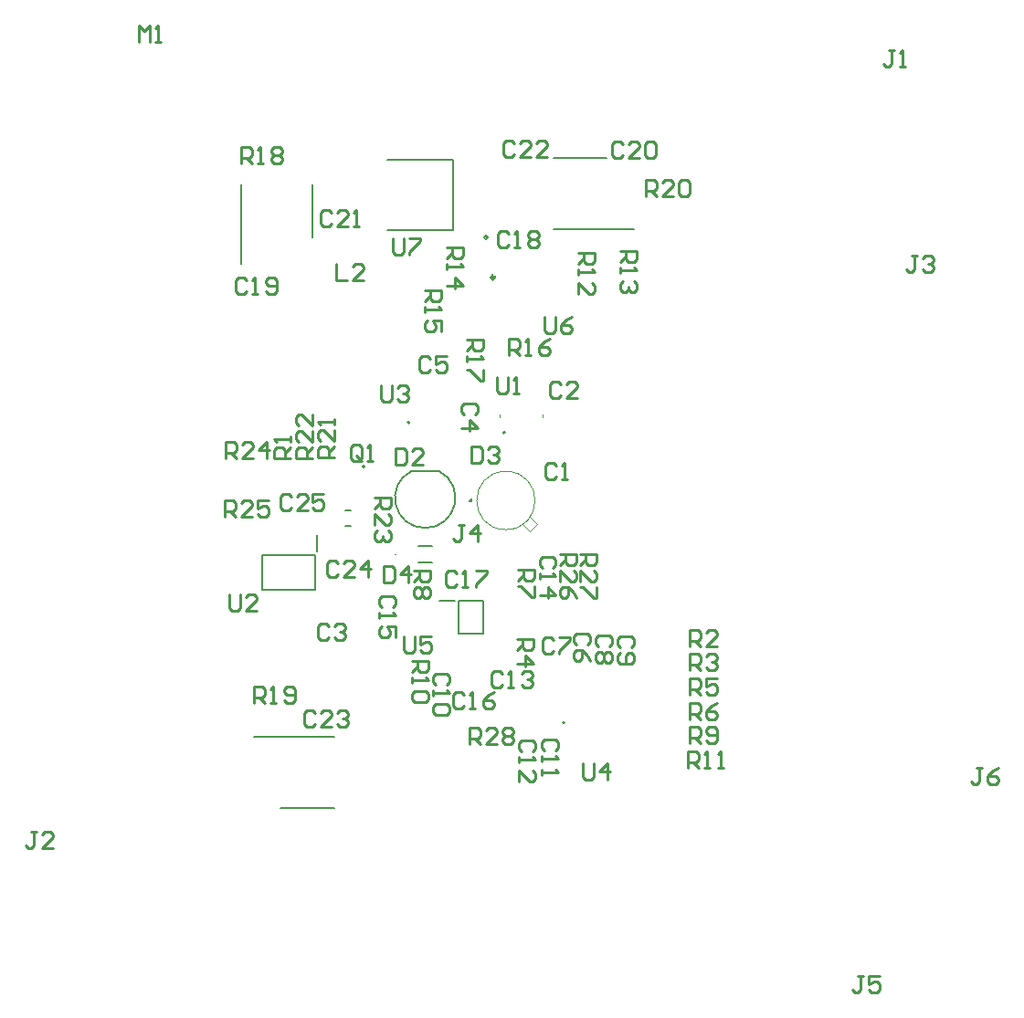
<source format=gbr>
%TF.GenerationSoftware,Altium Limited,Altium Designer,23.9.2 (47)*%
G04 Layer_Color=65535*
%FSLAX25Y25*%
%MOIN*%
%TF.SameCoordinates,F944BC78-FABB-4A85-9D96-7E9E55BFA98D*%
%TF.FilePolarity,Positive*%
%TF.FileFunction,Legend,Top*%
%TF.Part,Single*%
G01*
G75*
%TA.AperFunction,NonConductor*%
%ADD57C,0.00787*%
%ADD58C,0.01280*%
%ADD59C,0.00394*%
%ADD60C,0.01181*%
%ADD61C,0.01000*%
D57*
X-5906Y23622D02*
G03*
X3937Y23622I4921J-9843D01*
G01*
X-23425Y24803D02*
G03*
X-23425Y25591I0J394D01*
G01*
D02*
G03*
X-23425Y24803I0J-394D01*
G01*
X27409Y37598D02*
G03*
X28197Y37598I394J0D01*
G01*
D02*
G03*
X27409Y37598I-394J0D01*
G01*
X21244Y109681D02*
G03*
X21441Y109656I0J-772D01*
G01*
X21591Y108913D02*
G03*
X21197Y108913I-197J0D01*
G01*
D02*
G03*
X21591Y108913I197J0D01*
G01*
X50000Y-68307D02*
G03*
X50000Y-68307I-394J0D01*
G01*
X-7480Y41221D02*
G03*
X-6693Y41221I394J0D01*
G01*
D02*
G03*
X-7480Y41221I-394J0D01*
G01*
X-5906Y23622D02*
X3937D01*
X-41134Y-19677D02*
Y-7095D01*
X-60441Y-19677D02*
X-41134D01*
X-60441D02*
Y-7095D01*
X-41134D01*
X-40630Y-5717D02*
Y295D01*
X-30118Y9154D02*
X-28150D01*
X-30118Y3445D02*
X-28150D01*
X-63484Y-73622D02*
X-34252D01*
X-53740Y-99606D02*
X-34252D01*
X-68110Y99114D02*
Y128347D01*
X-42126Y108858D02*
Y128347D01*
X45866Y111811D02*
X75098D01*
X45866Y137795D02*
X65354D01*
X-14752Y137284D02*
X9244D01*
Y111535D02*
Y137284D01*
X-14752Y111535D02*
X9244D01*
X11220Y-23934D02*
X20276D01*
Y-35745D02*
Y-23934D01*
X11220Y-35745D02*
X20276D01*
X11220D02*
Y-23934D01*
X4232Y-23737D02*
X9843D01*
X-3347Y-3937D02*
X1378D01*
X-3347Y-9843D02*
X1378D01*
D58*
X24362Y94291D02*
G03*
X24362Y94291I-640J0D01*
G01*
D59*
X-11614Y-6890D02*
G03*
X-12008Y-6890I-197J0D01*
G01*
D02*
G03*
X-11614Y-6890I197J0D01*
G01*
X28465Y2165D02*
G03*
X28465Y23425I0J10630D01*
G01*
D02*
G03*
X28465Y2165I0J-10630D01*
G01*
X26228Y43307D02*
Y44094D01*
X41976Y43307D02*
Y44094D01*
X34488Y4134D02*
X37209Y1413D01*
X37217Y1422D02*
X40012Y4123D01*
X34488Y4134D02*
X37233Y6787D01*
X40010Y4124D01*
D60*
X15709Y12795D02*
G03*
X15709Y12795I-197J0D01*
G01*
D61*
X15231Y-76227D02*
Y-70229D01*
X18230D01*
X19230Y-71229D01*
Y-73228D01*
X18230Y-74228D01*
X15231D01*
X17230D02*
X19230Y-76227D01*
X25228D02*
X21229D01*
X25228Y-72229D01*
Y-71229D01*
X24228Y-70229D01*
X22229D01*
X21229Y-71229D01*
X27227D02*
X28227Y-70229D01*
X30226D01*
X31226Y-71229D01*
Y-72229D01*
X30226Y-73228D01*
X31226Y-74228D01*
Y-75228D01*
X30226Y-76227D01*
X28227D01*
X27227Y-75228D01*
Y-74228D01*
X28227Y-73228D01*
X27227Y-72229D01*
Y-71229D01*
X28227Y-73228D02*
X30226D01*
X158843Y-160781D02*
X156843D01*
X157843D01*
Y-165779D01*
X156843Y-166779D01*
X155844D01*
X154844Y-165779D01*
X164841Y-160781D02*
X160842D01*
Y-163779D01*
X162842Y-162780D01*
X163841D01*
X164841Y-163779D01*
Y-165779D01*
X163841Y-166779D01*
X161842D01*
X160842Y-165779D01*
X55662Y-6963D02*
X61660D01*
Y-9962D01*
X60661Y-10962D01*
X58661D01*
X57662Y-9962D01*
Y-6963D01*
Y-8963D02*
X55662Y-10962D01*
Y-16960D02*
Y-12961D01*
X59661Y-16960D01*
X60661D01*
X61660Y-15960D01*
Y-13961D01*
X60661Y-12961D01*
X61660Y-18959D02*
Y-22958D01*
X60661D01*
X56662Y-18959D01*
X55662D01*
X48182Y-6963D02*
X54180D01*
Y-9962D01*
X53180Y-10962D01*
X51181D01*
X50181Y-9962D01*
Y-6963D01*
Y-8963D02*
X48182Y-10962D01*
Y-16960D02*
Y-12961D01*
X52181Y-16960D01*
X53180D01*
X54180Y-15960D01*
Y-13961D01*
X53180Y-12961D01*
X54180Y-22958D02*
X53180Y-20959D01*
X51181Y-18959D01*
X49182D01*
X48182Y-19959D01*
Y-21958D01*
X49182Y-22958D01*
X50181D01*
X51181Y-21958D01*
Y-18959D01*
X-11691Y31739D02*
Y25741D01*
X-8692D01*
X-7693Y26741D01*
Y30740D01*
X-8692Y31739D01*
X-11691D01*
X-1695Y25741D02*
X-5693D01*
X-1695Y29740D01*
Y30740D01*
X-2694Y31739D01*
X-4693D01*
X-5693Y30740D01*
X-34009Y28435D02*
X-40007D01*
Y31434D01*
X-39007Y32434D01*
X-37008D01*
X-36008Y31434D01*
Y28435D01*
Y30435D02*
X-34009Y32434D01*
Y38432D02*
Y34433D01*
X-38008Y38432D01*
X-39007D01*
X-40007Y37432D01*
Y35433D01*
X-39007Y34433D01*
X-34009Y40431D02*
Y42431D01*
Y41431D01*
X-40007D01*
X-39007Y40431D01*
X-42277Y28223D02*
X-48275D01*
Y31222D01*
X-47275Y32222D01*
X-45276D01*
X-44276Y31222D01*
Y28223D01*
Y30222D02*
X-42277Y32222D01*
Y38220D02*
Y34221D01*
X-46275Y38220D01*
X-47275D01*
X-48275Y37220D01*
Y35221D01*
X-47275Y34221D01*
X-42277Y44218D02*
Y40219D01*
X-46275Y44218D01*
X-47275D01*
X-48275Y43218D01*
Y41219D01*
X-47275Y40219D01*
X-50151Y28285D02*
X-56149D01*
Y31284D01*
X-55149Y32283D01*
X-53150D01*
X-52150Y31284D01*
Y28285D01*
Y30284D02*
X-50151Y32283D01*
Y34283D02*
Y36282D01*
Y35282D01*
X-56149D01*
X-55149Y34283D01*
X-73745Y28103D02*
Y34101D01*
X-70746D01*
X-69747Y33102D01*
Y31102D01*
X-70746Y30103D01*
X-73745D01*
X-71746D02*
X-69747Y28103D01*
X-63749D02*
X-67747D01*
X-63749Y32102D01*
Y33102D01*
X-64748Y34101D01*
X-66748D01*
X-67747Y33102D01*
X-58750Y28103D02*
Y34101D01*
X-61749Y31102D01*
X-57751D01*
X-49963Y14204D02*
X-50963Y15204D01*
X-52962D01*
X-53962Y14204D01*
Y10205D01*
X-52962Y9206D01*
X-50963D01*
X-49963Y10205D01*
X-43965Y9206D02*
X-47964D01*
X-43965Y13204D01*
Y14204D01*
X-44965Y15204D01*
X-46964D01*
X-47964Y14204D01*
X-37967Y15204D02*
X-41966D01*
Y12205D01*
X-39966Y13204D01*
X-38967D01*
X-37967Y12205D01*
Y10205D01*
X-38967Y9206D01*
X-40966D01*
X-41966Y10205D01*
X-72321Y-21410D02*
Y-26409D01*
X-71321Y-27408D01*
X-69322D01*
X-68322Y-26409D01*
Y-21410D01*
X-62324Y-27408D02*
X-66323D01*
X-62324Y-23410D01*
Y-22410D01*
X-63324Y-21410D01*
X-65324D01*
X-66323Y-22410D01*
X-74139Y6843D02*
Y12842D01*
X-71140D01*
X-70140Y11842D01*
Y9843D01*
X-71140Y8843D01*
X-74139D01*
X-72140D02*
X-70140Y6843D01*
X-64142D02*
X-68141D01*
X-64142Y10842D01*
Y11842D01*
X-65142Y12842D01*
X-67141D01*
X-68141Y11842D01*
X-58144Y12842D02*
X-62143D01*
Y9843D01*
X-60144Y10842D01*
X-59144D01*
X-58144Y9843D01*
Y7843D01*
X-59144Y6843D01*
X-61143D01*
X-62143Y7843D01*
X-19436Y13804D02*
X-13438D01*
Y10806D01*
X-14438Y9806D01*
X-16437D01*
X-17437Y10806D01*
Y13804D01*
Y11805D02*
X-19436Y9806D01*
Y3808D02*
Y7806D01*
X-15437Y3808D01*
X-14438D01*
X-13438Y4807D01*
Y6807D01*
X-14438Y7806D01*
Y1808D02*
X-13438Y809D01*
Y-1191D01*
X-14438Y-2190D01*
X-15437D01*
X-16437Y-1191D01*
Y-191D01*
Y-1191D01*
X-17437Y-2190D01*
X-18436D01*
X-19436Y-1191D01*
Y809D01*
X-18436Y1808D01*
X-24016Y28316D02*
Y32314D01*
X-25015Y33314D01*
X-27015D01*
X-28014Y32314D01*
Y28316D01*
X-27015Y27316D01*
X-25015D01*
X-26015Y29315D02*
X-24016Y27316D01*
X-25015D02*
X-24016Y28316D01*
X-22016Y27316D02*
X-20017D01*
X-21017D01*
Y33314D01*
X-22016Y32314D01*
X-32640Y-10107D02*
X-33640Y-9107D01*
X-35640D01*
X-36639Y-10107D01*
Y-14106D01*
X-35640Y-15105D01*
X-33640D01*
X-32640Y-14106D01*
X-26642Y-15105D02*
X-30641D01*
X-26642Y-11107D01*
Y-10107D01*
X-27642Y-9107D01*
X-29641D01*
X-30641Y-10107D01*
X-21644Y-15105D02*
Y-9107D01*
X-24643Y-12106D01*
X-20644D01*
X79404Y123773D02*
Y129771D01*
X82403D01*
X83403Y128771D01*
Y126772D01*
X82403Y125772D01*
X79404D01*
X81403D02*
X83403Y123773D01*
X89401D02*
X85402D01*
X89401Y127771D01*
Y128771D01*
X88401Y129771D01*
X86402D01*
X85402Y128771D01*
X91400D02*
X92400Y129771D01*
X94399D01*
X95399Y128771D01*
Y124772D01*
X94399Y123773D01*
X92400D01*
X91400Y124772D01*
Y128771D01*
X-41007Y-64930D02*
X-42006Y-63930D01*
X-44006D01*
X-45005Y-64930D01*
Y-68928D01*
X-44006Y-69928D01*
X-42006D01*
X-41007Y-68928D01*
X-35008Y-69928D02*
X-39007D01*
X-35008Y-65929D01*
Y-64930D01*
X-36008Y-63930D01*
X-38008D01*
X-39007Y-64930D01*
X-33009D02*
X-32010Y-63930D01*
X-30010D01*
X-29010Y-64930D01*
Y-65929D01*
X-30010Y-66929D01*
X-31010D01*
X-30010D01*
X-29010Y-67929D01*
Y-68928D01*
X-30010Y-69928D01*
X-32010D01*
X-33009Y-68928D01*
X-63565Y-61065D02*
Y-55067D01*
X-60566D01*
X-59567Y-56067D01*
Y-58066D01*
X-60566Y-59066D01*
X-63565D01*
X-61566D02*
X-59567Y-61065D01*
X-57567D02*
X-55568D01*
X-56568D01*
Y-55067D01*
X-57567Y-56067D01*
X-52569Y-60066D02*
X-51569Y-61065D01*
X-49570D01*
X-48570Y-60066D01*
Y-56067D01*
X-49570Y-55067D01*
X-51569D01*
X-52569Y-56067D01*
Y-57067D01*
X-51569Y-58066D01*
X-48570D01*
X-142732Y-108025D02*
X-144731D01*
X-143732D01*
Y-113023D01*
X-144731Y-114023D01*
X-145731D01*
X-146731Y-113023D01*
X-136734Y-114023D02*
X-140733D01*
X-136734Y-110024D01*
Y-109024D01*
X-137734Y-108025D01*
X-139733D01*
X-140733Y-109024D01*
X-35282Y117747D02*
X-36282Y118747D01*
X-38282D01*
X-39281Y117747D01*
Y113749D01*
X-38282Y112749D01*
X-36282D01*
X-35282Y113749D01*
X-29284Y112749D02*
X-33283D01*
X-29284Y116748D01*
Y117747D01*
X-30284Y118747D01*
X-32283D01*
X-33283Y117747D01*
X-27285Y112749D02*
X-25286D01*
X-26285D01*
Y118747D01*
X-27285Y117747D01*
X25135Y57723D02*
Y52725D01*
X26135Y51725D01*
X28134D01*
X29134Y52725D01*
Y57723D01*
X31133Y51725D02*
X33133D01*
X32133D01*
Y57723D01*
X31133Y56724D01*
X48607Y55149D02*
X47607Y56149D01*
X45608D01*
X44608Y55149D01*
Y51150D01*
X45608Y50151D01*
X47607D01*
X48607Y51150D01*
X54605Y50151D02*
X50606D01*
X54605Y54149D01*
Y55149D01*
X53605Y56149D01*
X51606D01*
X50606Y55149D01*
X46850Y25621D02*
X45851Y26621D01*
X43851D01*
X42852Y25621D01*
Y21623D01*
X43851Y20623D01*
X45851D01*
X46850Y21623D01*
X48850Y20623D02*
X50849D01*
X49849D01*
Y26621D01*
X48850Y25621D01*
X-36039Y-33040D02*
X-37039Y-32040D01*
X-39038D01*
X-40038Y-33040D01*
Y-37039D01*
X-39038Y-38038D01*
X-37039D01*
X-36039Y-37039D01*
X-34040Y-33040D02*
X-33040Y-32040D01*
X-31041D01*
X-30041Y-33040D01*
Y-34040D01*
X-31041Y-35039D01*
X-32040D01*
X-31041D01*
X-30041Y-36039D01*
Y-37039D01*
X-31041Y-38038D01*
X-33040D01*
X-34040Y-37039D01*
X46488Y-78603D02*
X47487Y-77604D01*
Y-75604D01*
X46488Y-74604D01*
X42489D01*
X41489Y-75604D01*
Y-77604D01*
X42489Y-78603D01*
X41489Y-80603D02*
Y-82602D01*
Y-81602D01*
X47487D01*
X46488Y-80603D01*
X41489Y-85601D02*
Y-87600D01*
Y-86601D01*
X47487D01*
X46488Y-85601D01*
X38220Y-78785D02*
X39219Y-77785D01*
Y-75786D01*
X38220Y-74786D01*
X34221D01*
X33221Y-75786D01*
Y-77785D01*
X34221Y-78785D01*
X33221Y-80784D02*
Y-82783D01*
Y-81784D01*
X39219D01*
X38220Y-80784D01*
X33221Y-89781D02*
Y-85782D01*
X37220Y-89781D01*
X38220D01*
X39219Y-88781D01*
Y-86782D01*
X38220Y-85782D01*
X45851Y-38158D02*
X44851Y-37158D01*
X42852D01*
X41852Y-38158D01*
Y-42157D01*
X42852Y-43156D01*
X44851D01*
X45851Y-42157D01*
X47850Y-37158D02*
X51849D01*
Y-38158D01*
X47850Y-42157D01*
Y-43156D01*
X66173Y-40339D02*
X67172Y-39339D01*
Y-37340D01*
X66173Y-36340D01*
X62174D01*
X61174Y-37340D01*
Y-39339D01*
X62174Y-40339D01*
X66173Y-42338D02*
X67172Y-43338D01*
Y-45337D01*
X66173Y-46337D01*
X65173D01*
X64173Y-45337D01*
X63174Y-46337D01*
X62174D01*
X61174Y-45337D01*
Y-43338D01*
X62174Y-42338D01*
X63174D01*
X64173Y-43338D01*
X65173Y-42338D01*
X66173D01*
X64173Y-43338D02*
Y-45337D01*
X58299Y-39945D02*
X59298Y-38945D01*
Y-36946D01*
X58299Y-35947D01*
X54300D01*
X53300Y-36946D01*
Y-38945D01*
X54300Y-39945D01*
X59298Y-45943D02*
X58299Y-43944D01*
X56299Y-41945D01*
X54300D01*
X53300Y-42944D01*
Y-44944D01*
X54300Y-45943D01*
X55300D01*
X56299Y-44944D01*
Y-41945D01*
X74047Y-40733D02*
X75046Y-39733D01*
Y-37734D01*
X74047Y-36734D01*
X70048D01*
X69048Y-37734D01*
Y-39733D01*
X70048Y-40733D01*
Y-42732D02*
X69048Y-43732D01*
Y-45731D01*
X70048Y-46731D01*
X74047D01*
X75046Y-45731D01*
Y-43732D01*
X74047Y-42732D01*
X73047D01*
X72047Y-43732D01*
Y-46731D01*
X202233Y-84767D02*
X200234D01*
X201234D01*
Y-89766D01*
X200234Y-90765D01*
X199234D01*
X198235Y-89766D01*
X208231Y-84767D02*
X206232Y-85767D01*
X204233Y-87766D01*
Y-89766D01*
X205232Y-90765D01*
X207232D01*
X208231Y-89766D01*
Y-88766D01*
X207232Y-87766D01*
X204233D01*
X70229Y103954D02*
X76227D01*
Y100955D01*
X75228Y99955D01*
X73228D01*
X72229Y100955D01*
Y103954D01*
Y101955D02*
X70229Y99955D01*
Y97956D02*
Y95957D01*
Y96956D01*
X76227D01*
X75228Y97956D01*
Y92958D02*
X76227Y91958D01*
Y89959D01*
X75228Y88959D01*
X74228D01*
X73228Y89959D01*
Y90958D01*
Y89959D01*
X72229Y88959D01*
X71229D01*
X70229Y89959D01*
Y91958D01*
X71229Y92958D01*
X54875Y103167D02*
X60873D01*
Y100168D01*
X59873Y99168D01*
X57874D01*
X56874Y100168D01*
Y103167D01*
Y101168D02*
X54875Y99168D01*
Y97169D02*
Y95169D01*
Y96169D01*
X60873D01*
X59873Y97169D01*
X54875Y88172D02*
Y92170D01*
X58874Y88172D01*
X59873D01*
X60873Y89171D01*
Y91171D01*
X59873Y92170D01*
X29572Y110267D02*
X28572Y111267D01*
X26573D01*
X25573Y110267D01*
Y106268D01*
X26573Y105269D01*
X28572D01*
X29572Y106268D01*
X31571Y105269D02*
X33571D01*
X32571D01*
Y111267D01*
X31571Y110267D01*
X36570D02*
X37569Y111267D01*
X39569D01*
X40569Y110267D01*
Y109267D01*
X39569Y108268D01*
X40569Y107268D01*
Y106268D01*
X39569Y105269D01*
X37569D01*
X36570Y106268D01*
Y107268D01*
X37569Y108268D01*
X36570Y109267D01*
Y110267D01*
X37569Y108268D02*
X39569D01*
X42639Y79771D02*
Y74772D01*
X43639Y73773D01*
X45638D01*
X46638Y74772D01*
Y79771D01*
X52636D02*
X50637Y78771D01*
X48638Y76772D01*
Y74772D01*
X49637Y73773D01*
X51636D01*
X52636Y74772D01*
Y75772D01*
X51636Y76772D01*
X48638D01*
X6843Y105135D02*
X12842D01*
Y102136D01*
X11842Y101137D01*
X9843D01*
X8843Y102136D01*
Y105135D01*
Y103136D02*
X6843Y101137D01*
Y99137D02*
Y97138D01*
Y98138D01*
X12842D01*
X11842Y99137D01*
X6843Y91140D02*
X12842D01*
X9843Y94139D01*
Y90140D01*
X969Y64598D02*
X-31Y65597D01*
X-2030D01*
X-3030Y64598D01*
Y60599D01*
X-2030Y59599D01*
X-31D01*
X969Y60599D01*
X6967Y65597D02*
X2968D01*
Y62598D01*
X4967Y63598D01*
X5967D01*
X6967Y62598D01*
Y60599D01*
X5967Y59599D01*
X3968D01*
X2968Y60599D01*
X-17203Y54967D02*
Y49969D01*
X-16203Y48970D01*
X-14204D01*
X-13204Y49969D01*
Y54967D01*
X-11205Y53968D02*
X-10205Y54967D01*
X-8206D01*
X-7206Y53968D01*
Y52968D01*
X-8206Y51968D01*
X-9206D01*
X-8206D01*
X-7206Y50969D01*
Y49969D01*
X-8206Y48970D01*
X-10205D01*
X-11205Y49969D01*
X17354Y44307D02*
X18353Y45306D01*
Y47306D01*
X17354Y48305D01*
X13355D01*
X12355Y47306D01*
Y45306D01*
X13355Y44307D01*
X12355Y39308D02*
X18353D01*
X15354Y42307D01*
Y38309D01*
X14324Y71671D02*
X20322D01*
Y68672D01*
X19322Y67672D01*
X17323D01*
X16323Y68672D01*
Y71671D01*
Y69671D02*
X14324Y67672D01*
Y65673D02*
Y63673D01*
Y64673D01*
X20322D01*
X19322Y65673D01*
X20322Y60674D02*
Y56676D01*
X19322D01*
X15324Y60674D01*
X14324D01*
X29510Y65899D02*
Y71897D01*
X32509D01*
X33509Y70897D01*
Y68898D01*
X32509Y67898D01*
X29510D01*
X31510D02*
X33509Y65899D01*
X35508D02*
X37508D01*
X36508D01*
Y71897D01*
X35508Y70897D01*
X44506Y71897D02*
X42506Y70897D01*
X40507Y68898D01*
Y66898D01*
X41506Y65899D01*
X43506D01*
X44506Y66898D01*
Y67898D01*
X43506Y68898D01*
X40507D01*
X-1030Y89387D02*
X4967D01*
Y86388D01*
X3968Y85389D01*
X1969D01*
X969Y86388D01*
Y89387D01*
Y87388D02*
X-1030Y85389D01*
Y83389D02*
Y81390D01*
Y82390D01*
X4967D01*
X3968Y83389D01*
X4967Y74392D02*
Y78391D01*
X1969D01*
X2968Y76392D01*
Y75392D01*
X1969Y74392D01*
X-31D01*
X-1030Y75392D01*
Y77391D01*
X-31Y78391D01*
X31434Y143338D02*
X30435Y144338D01*
X28435D01*
X27436Y143338D01*
Y139339D01*
X28435Y138340D01*
X30435D01*
X31434Y139339D01*
X37432Y138340D02*
X33434D01*
X37432Y142338D01*
Y143338D01*
X36433Y144338D01*
X34433D01*
X33434Y143338D01*
X43431Y138340D02*
X39432D01*
X43431Y142338D01*
Y143338D01*
X42431Y144338D01*
X40431D01*
X39432Y143338D01*
X71198Y142944D02*
X70199Y143944D01*
X68199D01*
X67199Y142944D01*
Y138945D01*
X68199Y137946D01*
X70199D01*
X71198Y138945D01*
X77196Y137946D02*
X73198D01*
X77196Y141945D01*
Y142944D01*
X76196Y143944D01*
X74197D01*
X73198Y142944D01*
X79196D02*
X80195Y143944D01*
X82195D01*
X83194Y142944D01*
Y138945D01*
X82195Y137946D01*
X80195D01*
X79196Y138945D01*
Y142944D01*
X-33345Y99062D02*
Y93064D01*
X-29346D01*
X-23348D02*
X-27347D01*
X-23348Y97063D01*
Y98062D01*
X-24348Y99062D01*
X-26347D01*
X-27347Y98062D01*
X-12872Y108511D02*
Y103513D01*
X-11873Y102513D01*
X-9873D01*
X-8874Y103513D01*
Y108511D01*
X-6874D02*
X-2876D01*
Y107511D01*
X-6874Y103513D01*
Y102513D01*
X-68128Y135977D02*
Y141975D01*
X-65128D01*
X-64129Y140976D01*
Y138976D01*
X-65128Y137977D01*
X-68128D01*
X-66128D02*
X-64129Y135977D01*
X-62129D02*
X-60130D01*
X-61130D01*
Y141975D01*
X-62129Y140976D01*
X-57131D02*
X-56131Y141975D01*
X-54132D01*
X-53132Y140976D01*
Y139976D01*
X-54132Y138976D01*
X-53132Y137977D01*
Y136977D01*
X-54132Y135977D01*
X-56131D01*
X-57131Y136977D01*
Y137977D01*
X-56131Y138976D01*
X-57131Y139976D01*
Y140976D01*
X-56131Y138976D02*
X-54132D01*
X-66097Y93338D02*
X-67097Y94338D01*
X-69096D01*
X-70096Y93338D01*
Y89339D01*
X-69096Y88340D01*
X-67097D01*
X-66097Y89339D01*
X-64098Y88340D02*
X-62099D01*
X-63098D01*
Y94338D01*
X-64098Y93338D01*
X-59100Y89339D02*
X-58100Y88340D01*
X-56100D01*
X-55101Y89339D01*
Y93338D01*
X-56100Y94338D01*
X-58100D01*
X-59100Y93338D01*
Y92338D01*
X-58100Y91339D01*
X-55101D01*
X-105365Y180235D02*
Y186233D01*
X-103366Y184233D01*
X-101367Y186233D01*
Y180235D01*
X-99367D02*
X-97368D01*
X-98368D01*
Y186233D01*
X-99367Y185233D01*
X15735Y32633D02*
Y26635D01*
X18734D01*
X19733Y27634D01*
Y31633D01*
X18734Y32633D01*
X15735D01*
X21733Y31633D02*
X22732Y32633D01*
X24732D01*
X25731Y31633D01*
Y30633D01*
X24732Y29634D01*
X23732D01*
X24732D01*
X25731Y28634D01*
Y27634D01*
X24732Y26635D01*
X22732D01*
X21733Y27634D01*
X56419Y-83221D02*
Y-88220D01*
X57419Y-89219D01*
X59418D01*
X60418Y-88220D01*
Y-83221D01*
X65416Y-89219D02*
Y-83221D01*
X62417Y-86221D01*
X66416D01*
X-8935Y-36765D02*
Y-41763D01*
X-7936Y-42763D01*
X-5936D01*
X-4937Y-41763D01*
Y-36765D01*
X1061D02*
X-2937D01*
Y-39764D01*
X-938Y-38764D01*
X62D01*
X1061Y-39764D01*
Y-41763D01*
X62Y-42763D01*
X-1938D01*
X-2937Y-41763D01*
X45700Y-11856D02*
X46700Y-10856D01*
Y-8856D01*
X45700Y-7857D01*
X41701D01*
X40702Y-8856D01*
Y-10856D01*
X41701Y-11856D01*
X40702Y-13855D02*
Y-15854D01*
Y-14854D01*
X46700D01*
X45700Y-13855D01*
X40702Y-21852D02*
X46700D01*
X43701Y-18853D01*
Y-22852D01*
X10387Y-13749D02*
X9387Y-12749D01*
X7388D01*
X6388Y-13749D01*
Y-17747D01*
X7388Y-18747D01*
X9387D01*
X10387Y-17747D01*
X12386Y-18747D02*
X14386D01*
X13386D01*
Y-12749D01*
X12386Y-13749D01*
X17385Y-12749D02*
X21383D01*
Y-13749D01*
X17385Y-17747D01*
Y-18747D01*
X13174Y3786D02*
X11174D01*
X12174D01*
Y-1212D01*
X11174Y-2212D01*
X10175D01*
X9175Y-1212D01*
X18172Y-2212D02*
Y3786D01*
X15173Y787D01*
X19172D01*
X-16022Y-11174D02*
Y-17172D01*
X-13023D01*
X-12023Y-16173D01*
Y-12174D01*
X-13023Y-11174D01*
X-16022D01*
X-7025Y-17172D02*
Y-11174D01*
X-10024Y-14173D01*
X-6025D01*
X27210Y-50363D02*
X26210Y-49363D01*
X24211D01*
X23211Y-50363D01*
Y-54361D01*
X24211Y-55361D01*
X26210D01*
X27210Y-54361D01*
X29209Y-55361D02*
X31209D01*
X30209D01*
Y-49363D01*
X29209Y-50363D01*
X34207D02*
X35207Y-49363D01*
X37207D01*
X38206Y-50363D01*
Y-51363D01*
X37207Y-52362D01*
X36207D01*
X37207D01*
X38206Y-53362D01*
Y-54361D01*
X37207Y-55361D01*
X35207D01*
X34207Y-54361D01*
X13233Y-58040D02*
X12234Y-57040D01*
X10234D01*
X9235Y-58040D01*
Y-62039D01*
X10234Y-63038D01*
X12234D01*
X13233Y-62039D01*
X15233Y-63038D02*
X17232D01*
X16232D01*
Y-57040D01*
X15233Y-58040D01*
X24230Y-57040D02*
X22230Y-58040D01*
X20231Y-60039D01*
Y-62039D01*
X21231Y-63038D01*
X23230D01*
X24230Y-62039D01*
Y-61039D01*
X23230Y-60039D01*
X20231D01*
X32434Y-37915D02*
X38432D01*
Y-40914D01*
X37432Y-41914D01*
X35433D01*
X34433Y-40914D01*
Y-37915D01*
Y-39914D02*
X32434Y-41914D01*
Y-46912D02*
X38432D01*
X35433Y-43913D01*
Y-47912D01*
X-5952Y-45652D02*
X46D01*
Y-48651D01*
X-953Y-49651D01*
X-2953D01*
X-3952Y-48651D01*
Y-45652D01*
Y-47651D02*
X-5952Y-49651D01*
Y-51650D02*
Y-53649D01*
Y-52650D01*
X46D01*
X-953Y-51650D01*
Y-56648D02*
X46Y-57648D01*
Y-59648D01*
X-953Y-60647D01*
X-4952D01*
X-5952Y-59648D01*
Y-57648D01*
X-4952Y-56648D01*
X-953D01*
X6921Y-54572D02*
X7920Y-53572D01*
Y-51573D01*
X6921Y-50573D01*
X2922D01*
X1922Y-51573D01*
Y-53572D01*
X2922Y-54572D01*
X1922Y-56571D02*
Y-58571D01*
Y-57571D01*
X7920D01*
X6921Y-56571D01*
Y-61570D02*
X7920Y-62569D01*
Y-64569D01*
X6921Y-65568D01*
X2922D01*
X1922Y-64569D01*
Y-62569D01*
X2922Y-61570D01*
X6921D01*
X-12764Y-26029D02*
X-11765Y-25029D01*
Y-23030D01*
X-12764Y-22030D01*
X-16763D01*
X-17763Y-23030D01*
Y-25029D01*
X-16763Y-26029D01*
X-17763Y-28028D02*
Y-30027D01*
Y-29028D01*
X-11765D01*
X-12764Y-28028D01*
X-11765Y-37025D02*
Y-33026D01*
X-14764D01*
X-13764Y-35026D01*
Y-36026D01*
X-14764Y-37025D01*
X-16763D01*
X-17763Y-36026D01*
Y-34026D01*
X-16763Y-33026D01*
X94880Y-84692D02*
Y-78694D01*
X97879D01*
X98879Y-79694D01*
Y-81693D01*
X97879Y-82693D01*
X94880D01*
X96879D02*
X98879Y-84692D01*
X100878D02*
X102877D01*
X101878D01*
Y-78694D01*
X100878Y-79694D01*
X105877Y-84692D02*
X107876D01*
X106876D01*
Y-78694D01*
X105877Y-79694D01*
X95395Y-75834D02*
Y-69836D01*
X98394D01*
X99394Y-70835D01*
Y-72835D01*
X98394Y-73834D01*
X95395D01*
X97395D02*
X99394Y-75834D01*
X101393Y-74834D02*
X102393Y-75834D01*
X104392D01*
X105392Y-74834D01*
Y-70835D01*
X104392Y-69836D01*
X102393D01*
X101393Y-70835D01*
Y-71835D01*
X102393Y-72835D01*
X105392D01*
X95395Y-66975D02*
Y-60977D01*
X98394D01*
X99394Y-61977D01*
Y-63976D01*
X98394Y-64976D01*
X95395D01*
X97395D02*
X99394Y-66975D01*
X105392Y-60977D02*
X103393Y-61977D01*
X101393Y-63976D01*
Y-65976D01*
X102393Y-66975D01*
X104392D01*
X105392Y-65976D01*
Y-64976D01*
X104392Y-63976D01*
X101393D01*
X95395Y-58117D02*
Y-52119D01*
X98394D01*
X99394Y-53119D01*
Y-55118D01*
X98394Y-56118D01*
X95395D01*
X97395D02*
X99394Y-58117D01*
X105392Y-52119D02*
X101393D01*
Y-55118D01*
X103393Y-54119D01*
X104392D01*
X105392Y-55118D01*
Y-57117D01*
X104392Y-58117D01*
X102393D01*
X101393Y-57117D01*
X95395Y-49259D02*
Y-43261D01*
X98394D01*
X99394Y-44260D01*
Y-46260D01*
X98394Y-47260D01*
X95395D01*
X97395D02*
X99394Y-49259D01*
X101393Y-44260D02*
X102393Y-43261D01*
X104392D01*
X105392Y-44260D01*
Y-45260D01*
X104392Y-46260D01*
X103393D01*
X104392D01*
X105392Y-47260D01*
Y-48259D01*
X104392Y-49259D01*
X102393D01*
X101393Y-48259D01*
X32828Y-12325D02*
X38826D01*
Y-15324D01*
X37826Y-16323D01*
X35827D01*
X34827Y-15324D01*
Y-12325D01*
Y-14324D02*
X32828Y-16323D01*
X38826Y-18323D02*
Y-22321D01*
X37826D01*
X33827Y-18323D01*
X32828D01*
X-4967Y-12718D02*
X1030D01*
Y-15717D01*
X31Y-16717D01*
X-1969D01*
X-2968Y-15717D01*
Y-12718D01*
Y-14717D02*
X-4967Y-16717D01*
X31Y-18716D02*
X1030Y-19716D01*
Y-21715D01*
X31Y-22715D01*
X-969D01*
X-1969Y-21715D01*
X-2968Y-22715D01*
X-3968D01*
X-4967Y-21715D01*
Y-19716D01*
X-3968Y-18716D01*
X-2968D01*
X-1969Y-19716D01*
X-969Y-18716D01*
X31D01*
X-1969Y-19716D02*
Y-21715D01*
X95395Y-40401D02*
Y-34403D01*
X98394D01*
X99394Y-35402D01*
Y-37402D01*
X98394Y-38401D01*
X95395D01*
X97395D02*
X99394Y-40401D01*
X105392D02*
X101393D01*
X105392Y-36402D01*
Y-35402D01*
X104392Y-34403D01*
X102393D01*
X101393Y-35402D01*
X178633Y102233D02*
X176634D01*
X177634D01*
Y97234D01*
X176634Y96235D01*
X175634D01*
X174635Y97234D01*
X180633Y101233D02*
X181632Y102233D01*
X183632D01*
X184631Y101233D01*
Y100233D01*
X183632Y99234D01*
X182632D01*
X183632D01*
X184631Y98234D01*
Y97234D01*
X183632Y96235D01*
X181632D01*
X180633Y97234D01*
X170333Y177133D02*
X168334D01*
X169334D01*
Y172134D01*
X168334Y171135D01*
X167334D01*
X166335Y172134D01*
X172333Y171135D02*
X174332D01*
X173332D01*
Y177133D01*
X172333Y176133D01*
%TF.MD5,a9e6e1e0db217f5ce09bfcaadfefc1b9*%
M02*

</source>
